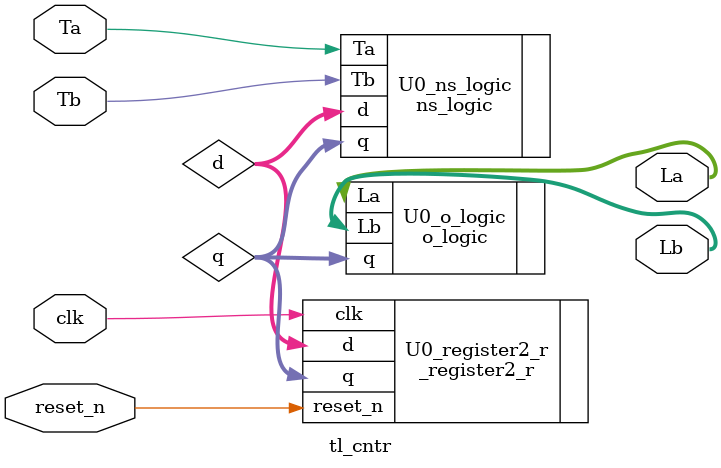
<source format=v>
module tl_cntr(clk, reset_n, Ta, Tb, La, Lb);
//Traffic light controller module 
input clk, reset_n, Ta, Tb;
output [1:0] La, Lb;
wire [1:0] q, d;

ns_logic U0_ns_logic(.q(q[1:0]), .Ta(Ta), .Tb(Tb), .d(d[1:0]));
_register2_r U0_register2_r(.clk(clk), .reset_n(reset_n),.d(d[1:0]), .q(q[1:0]));
o_logic U0_o_logic(.q(q[1:0]), .La(La[1:0]), .Lb(Lb[1:0]));
//instance of ns_logic, register, o_logic
endmodule 
</source>
